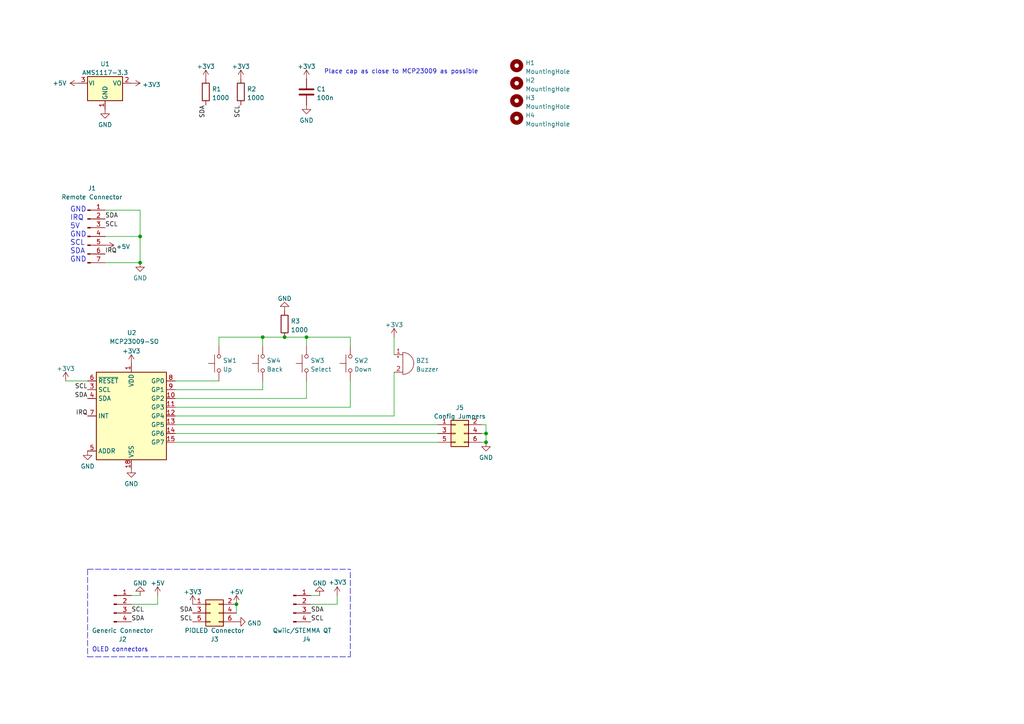
<source format=kicad_sch>
(kicad_sch (version 20211123) (generator eeschema)
  (paper "A4")
  (title_block (title "PicoPOST Remote") (date "2023-01-14") (rev "1.0") (company "The Retro Web") (comment 1 "by Matthew Petry (fireTwoOneNine) and contributors"))
  (lib_symbols
    (symbol "Connector:Conn_01x04_Male" (pin_names (offset 1.016) hide)
      (property "Reference" "J" (at 0 5.08 0))
      (property "Value" "Conn_01x04_Male" (at 0 -7.62 0))
      (symbol "Conn_01x04_Male_1_1"
        (polyline (pts (xy 1.27 -5.08) (xy 0.8636 -5.08)) (stroke (width 0.1524)))
        (polyline (pts (xy 1.27 -2.54) (xy 0.8636 -2.54)) (stroke (width 0.1524)))
        (polyline (pts (xy 1.27 0) (xy 0.8636 0)) (stroke (width 0.1524)))
        (polyline (pts (xy 1.27 2.54) (xy 0.8636 2.54)) (stroke (width 0.1524)))
        (rectangle (start 0.8636 -4.953) (end 0 -5.207) (stroke (width 0.1524)) (fill (type outline)))
        (rectangle (start 0.8636 -2.413) (end 0 -2.667) (stroke (width 0.1524)) (fill (type outline)))
        (rectangle (start 0.8636 0.127) (end 0 -0.127) (stroke (width 0.1524)) (fill (type outline)))
        (rectangle (start 0.8636 2.667) (end 0 2.413) (stroke (width 0.1524)) (fill (type outline)))
        (pin passive line (at 5.08 2.54 180) (length 3.81) (name "Pin_1") (number "1"))
        (pin passive line (at 5.08 0 180) (length 3.81) (name "Pin_2") (number "2"))
        (pin passive line (at 5.08 -2.54 180) (length 3.81) (name "Pin_3") (number "3"))
        (pin passive line (at 5.08 -5.08 180) (length 3.81) (name "Pin_4") (number "4"))
      )
    )
    (symbol "Connector:Conn_01x07_Male" (pin_names (offset 1.016) hide)
      (property "Reference" "J" (at 0 10.16 0))
      (property "Value" "Conn_01x07_Male" (at 0 -10.16 0))
      (symbol "Conn_01x07_Male_1_1"
        (polyline (pts (xy 1.27 -7.62) (xy 0.8636 -7.62)) (stroke (width 0.1524)))
        (polyline (pts (xy 1.27 -5.08) (xy 0.8636 -5.08)) (stroke (width 0.1524)))
        (polyline (pts (xy 1.27 -2.54) (xy 0.8636 -2.54)) (stroke (width 0.1524)))
        (polyline (pts (xy 1.27 0) (xy 0.8636 0)) (stroke (width 0.1524)))
        (polyline (pts (xy 1.27 2.54) (xy 0.8636 2.54)) (stroke (width 0.1524)))
        (polyline (pts (xy 1.27 5.08) (xy 0.8636 5.08)) (stroke (width 0.1524)))
        (polyline (pts (xy 1.27 7.62) (xy 0.8636 7.62)) (stroke (width 0.1524)))
        (rectangle (start 0.8636 -7.493) (end 0 -7.747) (stroke (width 0.1524)) (fill (type outline)))
        (rectangle (start 0.8636 -4.953) (end 0 -5.207) (stroke (width 0.1524)) (fill (type outline)))
        (rectangle (start 0.8636 -2.413) (end 0 -2.667) (stroke (width 0.1524)) (fill (type outline)))
        (rectangle (start 0.8636 0.127) (end 0 -0.127) (stroke (width 0.1524)) (fill (type outline)))
        (rectangle (start 0.8636 2.667) (end 0 2.413) (stroke (width 0.1524)) (fill (type outline)))
        (rectangle (start 0.8636 5.207) (end 0 4.953) (stroke (width 0.1524)) (fill (type outline)))
        (rectangle (start 0.8636 7.747) (end 0 7.493) (stroke (width 0.1524)) (fill (type outline)))
        (pin passive line (at 5.08 7.62 180) (length 3.81) (name "Pin_1") (number "1"))
        (pin passive line (at 5.08 5.08 180) (length 3.81) (name "Pin_2") (number "2"))
        (pin passive line (at 5.08 2.54 180) (length 3.81) (name "Pin_3") (number "3"))
        (pin passive line (at 5.08 0 180) (length 3.81) (name "Pin_4") (number "4"))
        (pin passive line (at 5.08 -2.54 180) (length 3.81) (name "Pin_5") (number "5"))
        (pin passive line (at 5.08 -5.08 180) (length 3.81) (name "Pin_6") (number "6"))
        (pin passive line (at 5.08 -7.62 180) (length 3.81) (name "Pin_7") (number "7"))
      )
    )
    (symbol "Connector_Generic:Conn_02x03_Odd_Even" (pin_names (offset 1.016) hide)
      (property "Reference" "J" (at 1.27 5.08 0))
      (property "Value" "Conn_02x03_Odd_Even" (at 1.27 -5.08 0))
      (symbol "Conn_02x03_Odd_Even_1_1"
        (rectangle (start -1.27 -2.413) (end 0 -2.667) (stroke (width 0.1524)))
        (rectangle (start -1.27 0.127) (end 0 -0.127) (stroke (width 0.1524)))
        (rectangle (start -1.27 2.667) (end 0 2.413) (stroke (width 0.1524)))
        (rectangle (start -1.27 3.81) (end 3.81 -3.81) (stroke (width 0.254)) (fill (type background)))
        (rectangle (start 3.81 -2.413) (end 2.54 -2.667) (stroke (width 0.1524)))
        (rectangle (start 3.81 0.127) (end 2.54 -0.127) (stroke (width 0.1524)))
        (rectangle (start 3.81 2.667) (end 2.54 2.413) (stroke (width 0.1524)))
        (pin passive line (at -5.08 2.54 0) (length 3.81) (name "Pin_1") (number "1"))
        (pin passive line (at 7.62 2.54 180) (length 3.81) (name "Pin_2") (number "2"))
        (pin passive line (at -5.08 0 0) (length 3.81) (name "Pin_3") (number "3"))
        (pin passive line (at 7.62 0 180) (length 3.81) (name "Pin_4") (number "4"))
        (pin passive line (at -5.08 -2.54 0) (length 3.81) (name "Pin_5") (number "5"))
        (pin passive line (at 7.62 -2.54 180) (length 3.81) (name "Pin_6") (number "6"))
      )
    )
    (symbol "Device:Buzzer" (pin_names (offset 0.0254) hide)
      (property "Reference" "BZ" (at 3.81 1.27 0))
      (property "Value" "Buzzer" (at 3.81 -1.27 0))
      (symbol "Buzzer_0_1"
        (arc (start 0 -3.175) (mid 3.175 0) (end 0 3.175))
        (polyline (pts (xy -1.651 1.905) (xy -1.143 1.905)))
        (polyline (pts (xy -1.397 2.159) (xy -1.397 1.651)))
        (polyline (pts (xy 0 3.175) (xy 0 -3.175)))
      )
      (symbol "Buzzer_1_1"
        (pin passive line (at -2.54 2.54 0) (length 2.54) (name "-") (number "1"))
        (pin passive line (at -2.54 -2.54 0) (length 2.54) (name "+") (number "2"))
      )
    )
    (symbol "Device:C" (pin_numbers hide) (pin_names (offset 0.254))
      (property "Reference" "C" (at 0.635 2.54 0))
      (property "Value" "C" (at 0.635 -2.54 0))
      (symbol "C_0_1"
        (polyline (pts (xy -2.032 -0.762) (xy 2.032 -0.762)) (stroke (width 0.508)))
        (polyline (pts (xy -2.032 0.762) (xy 2.032 0.762)) (stroke (width 0.508)))
      )
      (symbol "C_1_1"
        (pin passive line (at 0 3.81 270) (length 2.794) (name "~") (number "1"))
        (pin passive line (at 0 -3.81 90) (length 2.794) (name "~") (number "2"))
      )
    )
    (symbol "Device:R" (pin_numbers hide) (pin_names (offset 0))
      (property "Reference" "R" (at 2.032 0 90))
      (property "Value" "R" (at 0 0 90))
      (symbol "R_0_1"
        (rectangle (start -1.016 -2.54) (end 1.016 2.54) (stroke (width 0.254)))
      )
      (symbol "R_1_1"
        (pin passive line (at 0 3.81 270) (length 1.27) (name "~") (number "1"))
        (pin passive line (at 0 -3.81 90) (length 1.27) (name "~") (number "2"))
      )
    )
    (symbol "MCP23009-E_SO:MCP23009-SO"
      (property "Reference" "U" (at -8.89 13.97 0))
      (property "Value" "MCP23009-SO" (at 8.89 13.97 0))
      (symbol "MCP23009-SO_0_1"
        (rectangle (start -10.16 12.7) (end 10.16 -12.7) (stroke (width 0.254)) (fill (type background)))
      )
      (symbol "MCP23009-SO_1_1"
        (pin power_in line (at 0 15.24 270) (length 2.54) (name "VDD") (number "1"))
        (pin bidirectional line (at 12.7 5.08 180) (length 2.54) (name "GP2") (number "10"))
        (pin bidirectional line (at 12.7 2.54 180) (length 2.54) (name "GP3") (number "11"))
        (pin bidirectional line (at 12.7 0 180) (length 2.54) (name "GP4") (number "12"))
        (pin bidirectional line (at 12.7 -2.54 180) (length 2.54) (name "GP5") (number "13"))
        (pin bidirectional line (at 12.7 -5.08 180) (length 2.54) (name "GP6") (number "14"))
        (pin bidirectional line (at 12.7 -7.62 180) (length 2.54) (name "GP7") (number "15"))
        (pin power_in line (at 0 -15.24 90) (length 2.54) (name "VSS") (number "18"))
        (pin input line (at -12.7 7.62 0) (length 2.54) (name "SCL") (number "3"))
        (pin bidirectional line (at -12.7 5.08 0) (length 2.54) (name "SDA") (number "4"))
        (pin input line (at -12.7 -10.16 0) (length 2.54) (name "ADDR") (number "5"))
        (pin input line (at -12.7 10.16 0) (length 2.54) (name "~{RESET}") (number "6"))
        (pin output line (at -12.7 0 0) (length 2.54) (name "INT") (number "7"))
        (pin bidirectional line (at 12.7 10.16 180) (length 2.54) (name "GP0") (number "8"))
        (pin bidirectional line (at 12.7 7.62 180) (length 2.54) (name "GP1") (number "9"))
      )
    )
    (symbol "Mechanical:MountingHole" (pin_names (offset 1.016))
      (property "Reference" "H" (at 0 5.08 0))
      (property "Value" "MountingHole" (at 0 3.175 0))
      (symbol "MountingHole_0_1"
        (circle (center 0 0) (radius 1.27) (stroke (width 1.27)))
      )
    )
    (symbol "Regulator_Linear:AMS1117-3.3" (pin_names (offset 0.254))
      (property "Reference" "U" (at -3.81 3.175 0))
      (property "Value" "AMS1117-3.3" (at 0 3.175 0))
      (symbol "AMS1117-3.3_0_1"
        (rectangle (start -5.08 -5.08) (end 5.08 1.905) (stroke (width 0.254)) (fill (type background)))
      )
      (symbol "AMS1117-3.3_1_1"
        (pin power_in line (at 0 -7.62 90) (length 2.54) (name "GND") (number "1"))
        (pin power_out line (at 7.62 0 180) (length 2.54) (name "VO") (number "2"))
        (pin power_in line (at -7.62 0 0) (length 2.54) (name "VI") (number "3"))
      )
    )
    (symbol "Switch:SW_Push" (pin_numbers hide) (pin_names (offset 1.016) hide)
      (property "Reference" "SW" (at 1.27 2.54 0))
      (property "Value" "SW_Push" (at 0 -1.524 0))
      (symbol "SW_Push_0_1"
        (circle (center -2.032 0) (radius 0.508))
        (polyline (pts (xy 0 1.27) (xy 0 3.048)))
        (polyline (pts (xy 2.54 1.27) (xy -2.54 1.27)))
        (circle (center 2.032 0) (radius 0.508))
        (pin passive line (at -5.08 0 0) (length 2.54) (name "1") (number "1"))
        (pin passive line (at 5.08 0 180) (length 2.54) (name "2") (number "2"))
      )
    )
    (symbol "power:+3.3V" (power) (pin_names (offset 0))
      (property "Value" "+3.3V" (at 0 3.556 0))
      (symbol "+3.3V_0_1"
        (polyline (pts (xy -0.762 1.27) (xy 0 2.54)))
        (polyline (pts (xy 0 0) (xy 0 2.54)))
        (polyline (pts (xy 0 2.54) (xy 0.762 1.27)))
      )
      (symbol "+3.3V_1_1"
        (pin power_in line (at 0 0 90) (length 0) hide (name "+3V3") (number "1"))
      )
    )
    (symbol "power:+3V3" (power) (pin_names (offset 0))
      (property "Value" "+3V3" (at 0 3.556 0))
      (symbol "+3V3_0_1"
        (polyline (pts (xy -0.762 1.27) (xy 0 2.54)))
        (polyline (pts (xy 0 0) (xy 0 2.54)))
        (polyline (pts (xy 0 2.54) (xy 0.762 1.27)))
      )
      (symbol "+3V3_1_1"
        (pin power_in line (at 0 0 90) (length 0) hide (name "+3V3") (number "1"))
      )
    )
    (symbol "power:+5V" (power) (pin_names (offset 0))
      (property "Value" "+5V" (at 0 3.556 0))
      (symbol "+5V_0_1"
        (polyline (pts (xy -0.762 1.27) (xy 0 2.54)))
        (polyline (pts (xy 0 0) (xy 0 2.54)))
        (polyline (pts (xy 0 2.54) (xy 0.762 1.27)))
      )
      (symbol "+5V_1_1"
        (pin power_in line (at 0 0 90) (length 0) hide (name "+5V") (number "1"))
      )
    )
    (symbol "power:GND" (power) (pin_names (offset 0))
      (property "Value" "GND" (at 0 -3.81 0))
      (symbol "GND_0_1"
        (polyline (pts (xy 0 0) (xy 0 -1.27) (xy 1.27 -1.27) (xy 0 -2.54) (xy -1.27 -1.27) (xy 0 -1.27)))
      )
      (symbol "GND_1_1"
        (pin power_in line (at 0 0 270) (length 0) hide (name "GND") (number "1"))
      )
    )
  )
  (junction (at 40.64 76.2))
  (junction (at 40.64 68.58))
  (junction (at 82.55 97.79))
  (junction (at 68.58 175.26))
  (junction (at 76.2 97.79))
  (junction (at 140.97 128.27))
  (junction (at 140.97 125.73))
  (junction (at 88.9 97.79))
  (wire (pts (xy 139.7 128.27) (xy 140.97 128.27)))
  (wire (pts (xy 140.97 123.19) (xy 140.97 125.73)))
  (polyline (pts (xy 25.4 190.5) (xy 101.6 190.5)))
  (wire (pts (xy 140.97 128.27) (xy 140.97 125.73)))
  (wire (pts (xy 50.8 123.19) (xy 127 123.19)))
  (wire (pts (xy 50.8 118.11) (xy 101.6 118.11)))
  (wire (pts (xy 90.17 175.26) (xy 97.79 175.26)))
  (wire (pts (xy 50.8 113.03) (xy 76.2 113.03)))
  (polyline (pts (xy 25.4 165.1) (xy 101.6 165.1)))
  (wire (pts (xy 90.17 172.72) (xy 92.71 172.72)))
  (wire (pts (xy 30.48 60.96) (xy 40.64 60.96)))
  (polyline (pts (xy 25.4 165.1) (xy 25.4 190.5)))
  (wire (pts (xy 50.8 120.65) (xy 114.3 120.65)))
  (wire (pts (xy 101.6 118.11) (xy 101.6 110.49)))
  (wire (pts (xy 40.64 60.96) (xy 40.64 68.58)))
  (wire (pts (xy 45.72 175.26) (xy 45.72 172.72)))
  (wire (pts (xy 88.9 97.79) (xy 101.6 97.79)))
  (wire (pts (xy 68.58 175.26) (xy 68.58 177.8)))
  (wire (pts (xy 139.7 125.73) (xy 140.97 125.73)))
  (wire (pts (xy 114.3 97.79) (xy 114.3 102.87)))
  (wire (pts (xy 63.5 97.79) (xy 76.2 97.79)))
  (wire (pts (xy 50.8 115.57) (xy 88.9 115.57)))
  (wire (pts (xy 50.8 128.27) (xy 127 128.27)))
  (wire (pts (xy 38.1 175.26) (xy 45.72 175.26)))
  (wire (pts (xy 82.55 97.79) (xy 88.9 97.79)))
  (wire (pts (xy 63.5 100.33) (xy 63.5 97.79)))
  (polyline (pts (xy 101.6 190.5) (xy 101.6 165.1)))
  (wire (pts (xy 76.2 97.79) (xy 82.55 97.79)))
  (wire (pts (xy 40.64 68.58) (xy 40.64 76.2)))
  (wire (pts (xy 114.3 120.65) (xy 114.3 107.95)))
  (wire (pts (xy 139.7 123.19) (xy 140.97 123.19)))
  (wire (pts (xy 76.2 97.79) (xy 76.2 100.33)))
  (wire (pts (xy 19.05 110.49) (xy 25.4 110.49)))
  (wire (pts (xy 30.48 68.58) (xy 40.64 68.58)))
  (wire (pts (xy 38.1 172.72) (xy 40.64 172.72)))
  (wire (pts (xy 88.9 97.79) (xy 88.9 100.33)))
  (wire (pts (xy 76.2 113.03) (xy 76.2 110.49)))
  (wire (pts (xy 101.6 97.79) (xy 101.6 100.33)))
  (wire (pts (xy 30.48 76.2) (xy 40.64 76.2)))
  (wire (pts (xy 50.8 125.73) (xy 127 125.73)))
  (wire (pts (xy 50.8 110.49) (xy 63.5 110.49)))
  (wire (pts (xy 88.9 115.57) (xy 88.9 110.49)))
  (wire (pts (xy 97.79 175.26) (xy 97.79 172.72)))
  (text "GND\nIRQ\n5V\nGND\nSCL\nSDA\nGND" (at 20.32 76.2 0) (effects (font (size 1.5 1.5)) (justify left bottom)))
  (text "Place cap as close to MCP23009 as possible" (at 93.98 21.59 0) (effects (font (size 1.27 1.27)) (justify left bottom)))
  (text "OLED connectors" (at 26.67 189.23 0) (effects (font (size 1.27 1.27)) (justify left bottom)))
  (label "SDA" (at 55.88 177.8 180))
  (label "SCL" (at 30.48 66.04 0))
  (label "SDA" (at 30.48 63.5 0))
  (label "SDA" (at 90.17 177.8 0))
  (label "SDA" (at 38.1 180.34 0))
  (label "SDA" (at 25.4 115.57 180))
  (label "SCL" (at 55.88 180.34 180))
  (label "SCL" (at 25.4 113.03 180))
  (label "IRQ" (at 25.4 120.65 180))
  (label "SCL" (at 69.85 30.48 270))
  (label "SCL" (at 38.1 177.8 0))
  (label "SCL" (at 90.17 180.34 0))
  (label "SDA" (at 59.69 30.48 270))
  (label "IRQ" (at 30.48 73.66 0))
  (symbol (lib_id "Connector:Conn_01x07_Male") (at 25.4 68.58 0) (unit 1)
    (property "Reference" "J1" (at 26.67 54.61 0))
    (property "Value" "Remote Connector" (at 26.67 57.15 0))
    (property "Footprint" "eec:Molex-47080-4001-0-0-0" (effects hide))
  )
  (symbol (lib_id "power:GND") (at 30.48 31.75 0) (unit 1)
    (property "Reference" "#PWR04" (effects hide))
    (property "Value" "GND" (at 30.48 36.1934 0))
  )
  (symbol (lib_id "power:GND") (at 38.1 135.89 0) (unit 1)
    (property "Reference" "#PWR08" (effects hide))
    (property "Value" "GND" (at 38.1 140.3334 0))
  )
  (symbol (lib_id "power:GND") (at 82.55 90.17 180) (unit 1)
    (property "Reference" "#PWR017" (effects hide))
    (property "Value" "GND" (at 82.55 86.5942 0))
  )
  (symbol (lib_id "Mechanical:MountingHole") (at 149.86 29.21 0) (unit 1)
    (property "Reference" "H3" (at 152.4 28.3753 0) (effects (justify left)))
    (property "Value" "MountingHole" (at 152.4 30.9122 0) (effects (justify left)))
    (property "Footprint" "MountingHole:MountingHole_2.2mm_M2" (effects hide))
  )
  (symbol (lib_id "Mechanical:MountingHole") (at 149.86 19.05 0) (unit 1)
    (property "Reference" "H1" (at 152.4 18.2153 0) (effects (justify left)))
    (property "Value" "MountingHole" (at 152.4 20.7522 0) (effects (justify left)))
    (property "Footprint" "MountingHole:MountingHole_2.2mm_M2" (effects hide))
  )
  (symbol (lib_id "Device:C") (at 88.9 26.67 0) (unit 1)
    (property "Reference" "C1" (at 91.821 25.8353 0) (effects (justify left)))
    (property "Value" "100n" (at 91.821 28.3722 0) (effects (justify left)))
    (property "Footprint" "Capacitor_SMD:C_1206_3216Metric_Pad1.33x1.80mm_HandSolder" (effects hide))
  )
  (symbol (lib_id "power:+3V3") (at 69.85 22.86 0) (unit 1)
    (property "Reference" "#PWR016" (effects hide))
    (property "Value" "+3V3" (at 69.85 19.2842 0))
  )
  (symbol (lib_id "Connector:Conn_01x04_Male") (at 33.02 175.26 0) (unit 1)
    (property "Reference" "J2" (at 35.56 185.42 0))
    (property "Value" "Generic Connector" (at 35.56 182.88 0))
    (property "Footprint" "Connector_PinHeader_2.54mm:PinHeader_1x04_P2.54mm_Vertical" (effects hide))
  )
  (symbol (lib_id "power:GND") (at 40.64 172.72 180) (unit 1)
    (property "Reference" "#PWR010" (effects hide))
    (property "Value" "GND" (at 40.64 169.1442 0))
  )
  (symbol (lib_id "power:+3V3") (at 59.69 22.86 0) (unit 1)
    (property "Reference" "#PWR013" (effects hide))
    (property "Value" "+3V3" (at 59.69 19.2842 0))
  )
  (symbol (lib_id "power:+3V3") (at 38.1 105.41 0) (unit 1)
    (property "Reference" "#PWR07" (effects hide))
    (property "Value" "+3V3" (at 38.1 101.8342 0))
  )
  (symbol (lib_id "Connector_Generic:Conn_02x03_Odd_Even") (at 132.08 125.73 0) (unit 1)
    (property "Reference" "J5" (at 133.35 118.2202 0))
    (property "Value" "Config Jumpers" (at 133.35 120.7571 0))
    (property "Footprint" "Connector_PinSocket_1.27mm:PinSocket_2x03_P1.27mm_Vertical_SMD" (effects hide))
  )
  (symbol (lib_id "Mechanical:MountingHole") (at 149.86 34.29 0) (unit 1)
    (property "Reference" "H4" (at 152.4 33.4553 0) (effects (justify left)))
    (property "Value" "MountingHole" (at 152.4 35.9922 0) (effects (justify left)))
    (property "Footprint" "MountingHole:MountingHole_2.2mm_M2" (effects hide))
  )
  (symbol (lib_id "Connector:Conn_01x04_Male") (at 85.09 175.26 0) (unit 1)
    (property "Reference" "J4" (at 88.9 185.42 0))
    (property "Value" "Qwiic/STEMMA QT" (at 87.63 182.88 0))
    (property "Footprint" "Connector_JST:JST_SH_SM04B-SRSS-TB_1x04-1MP_P1.00mm_Horizontal" (effects hide))
  )
  (symbol (lib_id "MCP23009-E_SO:MCP23009-SO") (at 38.1 120.65 0) (unit 1)
    (property "Reference" "U2" (at 36.83 96.52 0) (effects (justify left)))
    (property "Value" "MCP23009-SO" (at 31.75 99.06 0) (effects (justify left)))
    (property "Footprint" "Package_SO:SOIC-18W_7.5x11.6mm_P1.27mm" (effects hide))
    (property "Datasheet" "http://ww1.microchip.com/downloads/en/DeviceDoc/MCP23008-MCP23S08-Data-Sheet-20001919F.pdf" (effects hide))
  )
  (symbol (lib_id "power:GND") (at 88.9 30.48 0) (unit 1)
    (property "Reference" "#PWR022" (effects hide))
    (property "Value" "GND" (at 88.9 34.9234 0))
  )
  (symbol (lib_id "power:GND") (at 140.97 128.27 0) (unit 1)
    (property "Reference" "#PWR0101" (effects hide))
    (property "Value" "GND" (at 140.97 132.7134 0))
  )
  (symbol (lib_id "power:GND") (at 40.64 76.2 0) (unit 1)
    (property "Reference" "#PWR09" (effects hide))
    (property "Value" "GND" (at 40.64 80.6434 0))
  )
  (symbol (lib_id "power:+3V3") (at 114.3 97.79 0) (unit 1)
    (property "Reference" "#PWR020" (effects hide))
    (property "Value" "+3V3" (at 114.3 94.2142 0))
  )
  (symbol (lib_id "power:+3V3") (at 97.79 172.72 0) (unit 1)
    (property "Reference" "#PWR019" (effects hide))
    (property "Value" "+3V3" (at 95.25 168.91 0) (effects (justify left)))
  )
  (symbol (lib_id "power:GND") (at 92.71 172.72 180) (unit 1)
    (property "Reference" "#PWR018" (effects hide))
    (property "Value" "GND" (at 92.71 169.1442 0))
  )
  (symbol (lib_id "Connector_Generic:Conn_02x03_Odd_Even") (at 60.96 177.8 0) (unit 1)
    (property "Reference" "J3" (at 62.23 185.42 0))
    (property "Value" "PiOLED Connector" (at 62.23 182.88 0))
    (property "Footprint" "Connector_PinHeader_2.54mm:PinHeader_2x03_P2.54mm_Vertical" (effects hide))
  )
  (symbol (lib_id "Device:R") (at 69.85 26.67 0) (unit 1)
    (property "Reference" "R2" (at 71.628 25.8353 0) (effects (justify left)))
    (property "Value" "1000" (at 71.628 28.3722 0) (effects (justify left)))
    (property "Footprint" "Resistor_SMD:R_1206_3216Metric_Pad1.30x1.75mm_HandSolder" (effects hide))
  )
  (symbol (lib_id "power:+5V") (at 22.86 24.13 90) (unit 1)
    (property "Reference" "#PWR02" (effects hide))
    (property "Value" "+5V" (at 15.24 24.13 90) (effects (justify right)))
  )
  (symbol (lib_id "power:+3.3V") (at 19.05 110.49 0) (unit 1)
    (property "Reference" "#PWR0102" (effects hide))
    (property "Value" "+3.3V" (at 19.05 106.9142 0))
  )
  (symbol (lib_id "Regulator_Linear:AMS1117-3.3") (at 30.48 24.13 0) (unit 1)
    (property "Reference" "U1" (at 30.48 18.5252 0))
    (property "Value" "AMS1117-3.3" (at 30.48 21.0621 0))
    (property "Footprint" "Package_TO_SOT_SMD:SOT-223-3_TabPin2" (effects hide))
    (property "Datasheet" "http://www.advanced-monolithic.com/pdf/ds1117.pdf" (effects hide))
  )
  (symbol (lib_id "power:GND") (at 68.58 180.34 90) (unit 1)
    (property "Reference" "#PWR015" (effects hide))
    (property "Value" "GND" (at 71.755 180.7738 90) (effects (justify right)))
  )
  (symbol (lib_id "power:+5V") (at 30.48 71.12 270) (unit 1)
    (property "Reference" "#PWR05" (effects hide))
    (property "Value" "+5V" (at 33.655 71.5538 90) (effects (justify left)))
  )
  (symbol (lib_id "Device:Buzzer") (at 116.84 105.41 0) (unit 1)
    (property "Reference" "BZ1" (at 120.65 104.5753 0) (effects (justify left)))
    (property "Value" "Buzzer" (at 120.65 107.1122 0) (effects (justify left)))
    (property "Footprint" "modified ICs:7.6mm side mount buzzer" (effects hide))
  )
  (symbol (lib_id "Switch:SW_Push") (at 88.9 105.41 90) (unit 1)
    (property "Reference" "SW3" (at 90.043 104.5753 90) (effects (justify right)))
    (property "Value" "Select" (at 90.043 107.1122 90) (effects (justify right)))
    (property "Footprint" "Button_Switch_THT:SW_PUSH_6mm" (effects hide))
  )
  (symbol (lib_id "power:+3V3") (at 55.88 175.26 0) (unit 1)
    (property "Reference" "#PWR012" (effects hide))
    (property "Value" "+3V3" (at 55.88 171.6842 0))
  )
  (symbol (lib_id "Device:R") (at 59.69 26.67 0) (unit 1)
    (property "Reference" "R1" (at 61.468 25.8353 0) (effects (justify left)))
    (property "Value" "1000" (at 61.468 28.3722 0) (effects (justify left)))
    (property "Footprint" "Resistor_SMD:R_1206_3216Metric_Pad1.30x1.75mm_HandSolder" (effects hide))
  )
  (symbol (lib_id "Switch:SW_Push") (at 76.2 105.41 90) (unit 1)
    (property "Reference" "SW4" (at 77.343 104.5753 90) (effects (justify right)))
    (property "Value" "Back" (at 77.343 107.1122 90) (effects (justify right)))
    (property "Footprint" "Button_Switch_THT:SW_PUSH_6mm" (effects hide))
  )
  (symbol (lib_id "power:+5V") (at 68.58 175.26 0) (unit 1)
    (property "Reference" "#PWR014" (effects hide))
    (property "Value" "+5V" (at 68.58 171.6842 0))
  )
  (symbol (lib_id "Switch:SW_Push") (at 101.6 105.41 90) (unit 1)
    (property "Reference" "SW2" (at 102.743 104.5753 90) (effects (justify right)))
    (property "Value" "Down" (at 102.743 107.1122 90) (effects (justify right)))
    (property "Footprint" "Button_Switch_THT:SW_PUSH_6mm" (effects hide))
  )
  (symbol (lib_id "power:+5V") (at 45.72 172.72 0) (unit 1)
    (property "Reference" "#PWR011" (effects hide))
    (property "Value" "+5V" (at 45.72 169.1442 0))
  )
  (symbol (lib_id "Device:R") (at 82.55 93.98 0) (unit 1)
    (property "Reference" "R3" (at 84.328 93.1453 0) (effects (justify left)))
    (property "Value" "1000" (at 84.328 95.6822 0) (effects (justify left)))
    (property "Footprint" "Resistor_SMD:R_1206_3216Metric_Pad1.30x1.75mm_HandSolder" (effects hide))
  )
  (symbol (lib_id "power:+3V3") (at 38.1 24.13 270) (unit 1)
    (property "Reference" "#PWR06" (effects hide))
    (property "Value" "+3V3" (at 41.275 24.5638 90) (effects (justify left)))
  )
  (symbol (lib_id "power:GND") (at 25.4 130.81 0) (unit 1)
    (property "Reference" "#PWR03" (effects hide))
    (property "Value" "GND" (at 25.4 135.2534 0))
  )
  (symbol (lib_id "Switch:SW_Push") (at 63.5 105.41 90) (unit 1)
    (property "Reference" "SW1" (at 64.643 104.5753 90) (effects (justify right)))
    (property "Value" "Up" (at 64.643 107.1122 90) (effects (justify right)))
    (property "Footprint" "Button_Switch_THT:SW_PUSH_6mm" (effects hide))
  )
  (symbol (lib_id "power:+3V3") (at 88.9 22.86 0) (unit 1)
    (property "Reference" "#PWR021" (effects hide))
    (property "Value" "+3V3" (at 88.9 19.2842 0))
  )
  (symbol (lib_id "Mechanical:MountingHole") (at 149.86 24.13 0) (unit 1)
    (property "Reference" "H2" (at 152.4 23.2953 0) (effects (justify left)))
    (property "Value" "MountingHole" (at 152.4 25.8322 0) (effects (justify left)))
    (property "Footprint" "MountingHole:MountingHole_2.2mm_M2" (effects hide))
  )
)
</source>
